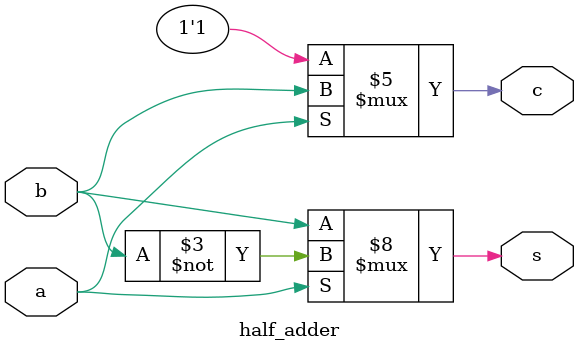
<source format=sv>
`timescale 1ns / 1ps


module half_adder(
    input logic     a,      //  logic is used to let tool decide whether wire/reg is needed
    input logic     b,      //  logic can be used in any assignment and in always/initial blocks
    output logic    s,      //  logic cannot drive the same signal continuously
    output logic    c       //  logic can be assigned to the same signal in race condition
    );
    
    
//    //  gate level model (lowest structural coding style)
//    xor(s, a, b);           //  both assignments occur concurrently
//    and(c, a, b);           //  this is a physical description and synthesizer will create these exact gates
    
    
//    //  dataflow
//    assign s = a ^ b;       //  preferred way of describing hardware opposed to gate level modeling
//    assign c = a & b;       //  synthesizer can decide how to implement this, however it will likely be the same gates
    
    
    //  behavioral
    always_comb begin           //  always_comb is the same as always @(*)
        if(a == 1'b1) begin     //  begin keyword for multiple statements
            s = ~b;
            c = b;
        end else begin          //  end keyword to close out begin block
            s = b;
            c = 1'b1;
        end
    end
    
    
endmodule

</source>
